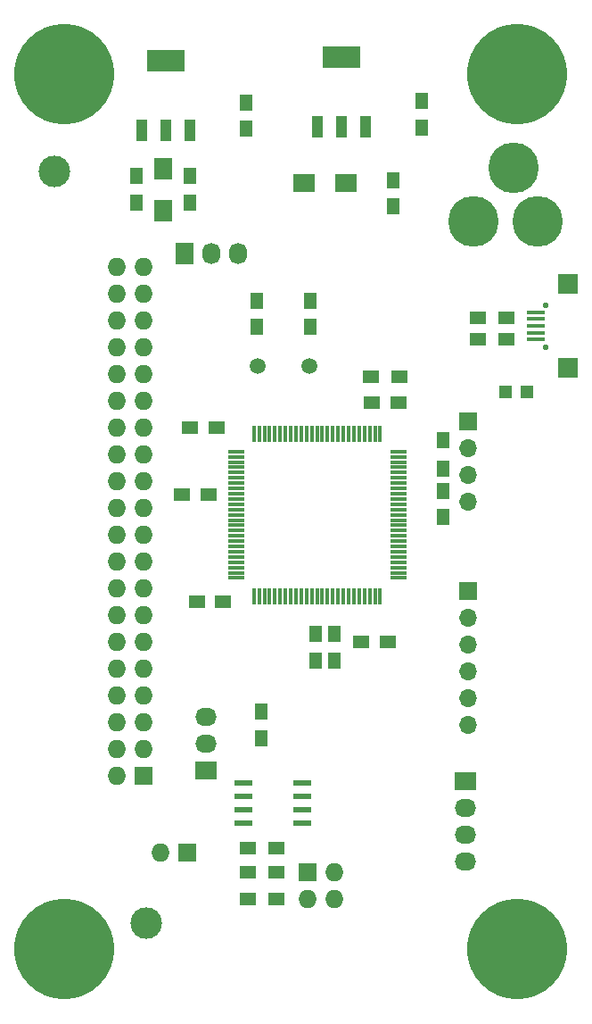
<source format=gbr>
G04 #@! TF.FileFunction,Soldermask,Top*
%FSLAX46Y46*%
G04 Gerber Fmt 4.6, Leading zero omitted, Abs format (unit mm)*
G04 Created by KiCad (PCBNEW (after 2015-mar-04 BZR unknown)-product) date 6/9/2017 2:32:57 PM*
%MOMM*%
G01*
G04 APERTURE LIST*
%ADD10C,0.100000*%
%ADD11R,1.500000X0.300000*%
%ADD12R,0.300000X1.500000*%
%ADD13R,1.500000X1.250000*%
%ADD14R,1.250000X1.500000*%
%ADD15R,1.700000X2.000000*%
%ADD16R,2.000000X1.700000*%
%ADD17R,1.727200X1.727200*%
%ADD18O,1.727200X1.727200*%
%ADD19R,1.727200X2.032000*%
%ADD20O,1.727200X2.032000*%
%ADD21R,2.032000X1.727200*%
%ADD22O,2.032000X1.727200*%
%ADD23R,1.500000X1.300000*%
%ADD24R,1.300000X1.500000*%
%ADD25R,1.651000X0.599440*%
%ADD26C,4.800600*%
%ADD27R,3.657600X2.032000*%
%ADD28R,1.016000X2.032000*%
%ADD29R,1.800000X0.400000*%
%ADD30C,0.550000*%
%ADD31R,1.900000X1.900000*%
%ADD32C,1.501140*%
%ADD33R,1.198880X1.198880*%
%ADD34C,9.525000*%
%ADD35C,3.000000*%
%ADD36R,1.700000X1.700000*%
%ADD37O,1.700000X1.700000*%
G04 APERTURE END LIST*
D10*
D11*
X47705000Y-63785000D03*
X47705000Y-63285000D03*
X47705000Y-62785000D03*
X47705000Y-62285000D03*
X47705000Y-61785000D03*
X47705000Y-61285000D03*
X47705000Y-60785000D03*
X47705000Y-60285000D03*
X47705000Y-59785000D03*
X47705000Y-59285000D03*
X47705000Y-58785000D03*
X47705000Y-58285000D03*
X47705000Y-57785000D03*
X47705000Y-57285000D03*
X47705000Y-56785000D03*
X47705000Y-56285000D03*
X47705000Y-55785000D03*
X47705000Y-55285000D03*
X47705000Y-54785000D03*
X47705000Y-54285000D03*
X47705000Y-53785000D03*
X47705000Y-53285000D03*
X47705000Y-52785000D03*
X47705000Y-52285000D03*
X47705000Y-51785000D03*
D12*
X46005000Y-50085000D03*
X45505000Y-50085000D03*
X45005000Y-50085000D03*
X44505000Y-50085000D03*
X44005000Y-50085000D03*
X43505000Y-50085000D03*
X43005000Y-50085000D03*
X42505000Y-50085000D03*
X42005000Y-50085000D03*
X41505000Y-50085000D03*
X41005000Y-50085000D03*
X40505000Y-50085000D03*
X40005000Y-50085000D03*
X39505000Y-50085000D03*
X39005000Y-50085000D03*
X38505000Y-50085000D03*
X38005000Y-50085000D03*
X37505000Y-50085000D03*
X37005000Y-50085000D03*
X36505000Y-50085000D03*
X36005000Y-50085000D03*
X35505000Y-50085000D03*
X35005000Y-50085000D03*
X34505000Y-50085000D03*
X34005000Y-50085000D03*
D11*
X32305000Y-51785000D03*
X32305000Y-52285000D03*
X32305000Y-52785000D03*
X32305000Y-53285000D03*
X32305000Y-53785000D03*
X32305000Y-54285000D03*
X32305000Y-54785000D03*
X32305000Y-55285000D03*
X32305000Y-55785000D03*
X32305000Y-56285000D03*
X32305000Y-56785000D03*
X32305000Y-57285000D03*
X32305000Y-57785000D03*
X32305000Y-58285000D03*
X32305000Y-58785000D03*
X32305000Y-59285000D03*
X32305000Y-59785000D03*
X32305000Y-60285000D03*
X32305000Y-60785000D03*
X32305000Y-61285000D03*
X32305000Y-61785000D03*
X32305000Y-62285000D03*
X32305000Y-62785000D03*
X32305000Y-63285000D03*
X32305000Y-63785000D03*
D12*
X34005000Y-65485000D03*
X34505000Y-65485000D03*
X35005000Y-65485000D03*
X35505000Y-65485000D03*
X36005000Y-65485000D03*
X36505000Y-65485000D03*
X37005000Y-65485000D03*
X37505000Y-65485000D03*
X38005000Y-65485000D03*
X38505000Y-65485000D03*
X39005000Y-65485000D03*
X39505000Y-65485000D03*
X40005000Y-65485000D03*
X40505000Y-65485000D03*
X41005000Y-65485000D03*
X41505000Y-65485000D03*
X42005000Y-65485000D03*
X42505000Y-65485000D03*
X43005000Y-65485000D03*
X43505000Y-65485000D03*
X44005000Y-65485000D03*
X44505000Y-65485000D03*
X45005000Y-65485000D03*
X45505000Y-65485000D03*
X46005000Y-65485000D03*
D13*
X44216000Y-69850000D03*
X46716000Y-69850000D03*
D14*
X51943000Y-55519000D03*
X51943000Y-58019000D03*
D13*
X31095000Y-66040000D03*
X28595000Y-66040000D03*
X47732000Y-47117000D03*
X45232000Y-47117000D03*
D14*
X34671000Y-78974000D03*
X34671000Y-76474000D03*
D13*
X30460000Y-49530000D03*
X27960000Y-49530000D03*
D14*
X39878000Y-71608000D03*
X39878000Y-69108000D03*
X41656000Y-71608000D03*
X41656000Y-69108000D03*
D13*
X27198000Y-55880000D03*
X29698000Y-55880000D03*
D15*
X25400000Y-28924000D03*
X25400000Y-24924000D03*
D16*
X38767000Y-26289000D03*
X42767000Y-26289000D03*
D17*
X27686000Y-89789000D03*
D18*
X25146000Y-89789000D03*
D19*
X27432000Y-33020000D03*
D20*
X29972000Y-33020000D03*
X32512000Y-33020000D03*
D21*
X29464000Y-82042000D03*
D22*
X29464000Y-79502000D03*
X29464000Y-76962000D03*
D23*
X36148000Y-89408000D03*
X33448000Y-89408000D03*
X36148000Y-91694000D03*
X33448000Y-91694000D03*
X36148000Y-94234000D03*
X33448000Y-94234000D03*
D24*
X51943000Y-53420000D03*
X51943000Y-50720000D03*
D23*
X45132000Y-44704000D03*
X47832000Y-44704000D03*
D25*
X38608000Y-83185000D03*
X33020000Y-83185000D03*
X38608000Y-84455000D03*
X38608000Y-85725000D03*
X38608000Y-86995000D03*
X33020000Y-84455000D03*
X33020000Y-85725000D03*
X33020000Y-86995000D03*
D26*
X60960000Y-29972000D03*
X54864000Y-29972000D03*
X58674000Y-24892000D03*
D27*
X42291000Y-14351000D03*
D28*
X42291000Y-20955000D03*
X44577000Y-20955000D03*
X40005000Y-20955000D03*
D27*
X25654000Y-14732000D03*
D28*
X25654000Y-21336000D03*
X27940000Y-21336000D03*
X23368000Y-21336000D03*
D17*
X23495000Y-82550000D03*
D18*
X20955000Y-82550000D03*
X23495000Y-80010000D03*
X20955000Y-80010000D03*
X23495000Y-77470000D03*
X20955000Y-77470000D03*
X23495000Y-74930000D03*
X20955000Y-74930000D03*
X23495000Y-72390000D03*
X20955000Y-72390000D03*
X23495000Y-69850000D03*
X20955000Y-69850000D03*
X23495000Y-67310000D03*
X20955000Y-67310000D03*
X23495000Y-64770000D03*
X20955000Y-64770000D03*
X23495000Y-62230000D03*
X20955000Y-62230000D03*
X23495000Y-59690000D03*
X20955000Y-59690000D03*
X23495000Y-57150000D03*
X20955000Y-57150000D03*
X23495000Y-54610000D03*
X20955000Y-54610000D03*
X23495000Y-52070000D03*
X20955000Y-52070000D03*
X23495000Y-49530000D03*
X20955000Y-49530000D03*
X23495000Y-46990000D03*
X20955000Y-46990000D03*
X23495000Y-44450000D03*
X20955000Y-44450000D03*
X23495000Y-41910000D03*
X20955000Y-41910000D03*
X23495000Y-39370000D03*
X20955000Y-39370000D03*
X23495000Y-36830000D03*
X20955000Y-36830000D03*
X23495000Y-34290000D03*
X20955000Y-34290000D03*
D14*
X34290000Y-37485000D03*
X34290000Y-39985000D03*
X39370000Y-37485000D03*
X39370000Y-39985000D03*
D29*
X60814000Y-41178000D03*
X60814000Y-40528000D03*
X60814000Y-39878000D03*
X60814000Y-39228000D03*
X60814000Y-38578000D03*
D30*
X61739000Y-41878000D03*
X61739000Y-37878000D03*
D31*
X63839000Y-43828000D03*
X63839000Y-35928000D03*
D23*
X57992000Y-41148000D03*
X55292000Y-41148000D03*
X57992000Y-39116000D03*
X55292000Y-39116000D03*
D32*
X34389060Y-43688000D03*
X39270940Y-43688000D03*
D14*
X49911000Y-21062000D03*
X49911000Y-18562000D03*
X33274000Y-21189000D03*
X33274000Y-18689000D03*
X47244000Y-26055000D03*
X47244000Y-28555000D03*
X27940000Y-25674000D03*
X27940000Y-28174000D03*
X22860000Y-25674000D03*
X22860000Y-28174000D03*
D21*
X54102000Y-83058000D03*
D22*
X54102000Y-85598000D03*
X54102000Y-88138000D03*
X54102000Y-90678000D03*
D17*
X39116000Y-91694000D03*
D18*
X41656000Y-91694000D03*
X39116000Y-94234000D03*
X41656000Y-94234000D03*
D33*
X57878980Y-46101000D03*
X59977020Y-46101000D03*
D34*
X16000000Y-16000000D03*
X59000000Y-16000000D03*
X16000000Y-99000000D03*
X59000000Y-99000000D03*
D35*
X15087600Y-25247600D03*
X23749000Y-96520000D03*
D36*
X54356000Y-48895000D03*
D37*
X54356000Y-51435000D03*
X54356000Y-53975000D03*
X54356000Y-56515000D03*
D36*
X54356000Y-65024000D03*
D37*
X54356000Y-67564000D03*
X54356000Y-70104000D03*
X54356000Y-72644000D03*
X54356000Y-75184000D03*
X54356000Y-77724000D03*
M02*

</source>
